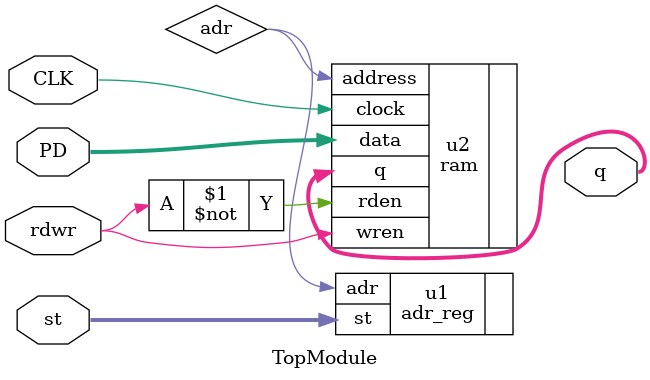
<source format=v>
	
module TopModule(CLK, PD, rdwr, st, q);
	input CLK;
	input [255:0] PD;
	input rdwr;
	input [2:0] st;
	output [255:0] q;
	
	wire adr;
	
	adr_reg u1(.st(st), .adr(adr));
	ram u2(.address(adr), .clock(CLK), .data(PD), .rden(~rdwr), .wren(rdwr), .q(q));
	
endmodule

</source>
